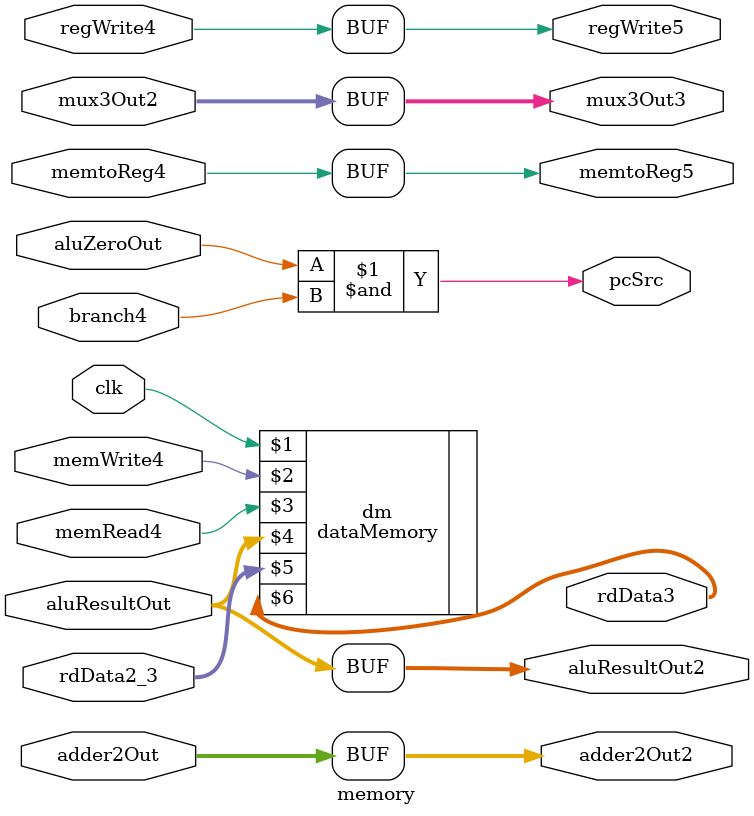
<source format=v>
`timescale 1ns / 1ps
module memory(
    input clk,
    input aluZeroOut,
    input [15:0] aluResultOut,
    input [15:0] rdData2_3,
    input [15:0] adder2Out,
    input branch4,
    input memRead4,
    input memWrite4,
    input regWrite4,
    input memtoReg4,
    input [15:0] mux3Out2,
    output [15:0] adder2Out2,
    output pcSrc,
    output memtoReg5,
    output regWrite5,
    output [15:0] rdData3,
    output [15:0] aluResultOut2,
    output [15:0] mux3Out3
    );
	 
	 assign pcSrc = aluZeroOut & branch4;
	 assign adder2Out2 = adder2Out;
	 assign mux3Out3 = mux3Out2;
	 assign aluResultOut2 = aluResultOut;
	 assign memtoReg5 = memtoReg4;
	 assign regWrite5 = regWrite4;
	 dataMemory dm(clk, memWrite4, memRead4, aluResultOut, rdData2_3, rdData3);


endmodule

</source>
